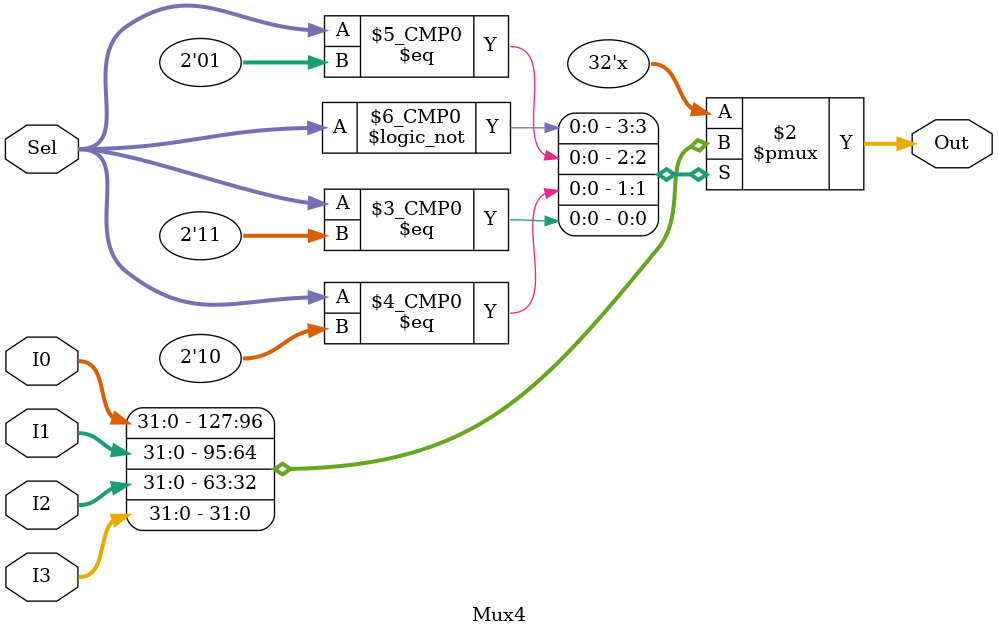
<source format=v>
module Mux4(
	input [31:0] I0, I1, I2, I3, 
	input [1:0] Sel,
	output reg [31:0] Out
);
always@* begin
	case(Sel)
		2'd0: Out = I0;
		2'd1: Out = I1;
		2'd2: Out = I2;
		2'd3: Out = I3;
	endcase
end
endmodule

</source>
